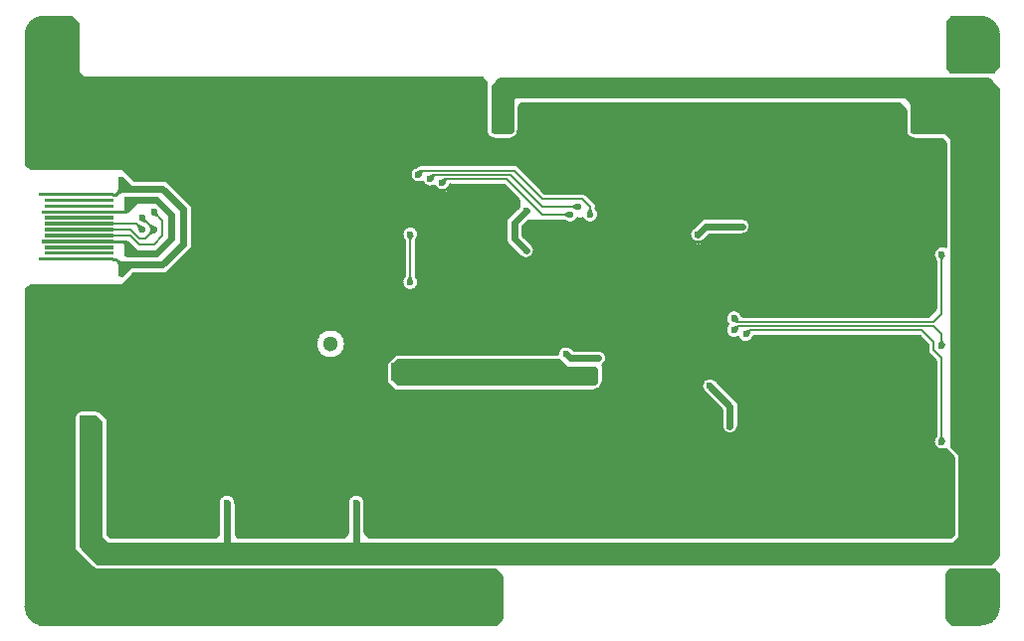
<source format=gbl>
G71*G90*G75*D02*
%ASAXBY*OFA0B0*MOMM*FSLAX43Y43*IPPOS*%
%ADD14C,0.250*%
%ADD21C,0.600*%
%ADD28C,1.300*%
%ADD34C,0.175*%
%ADD36R,0.300X0.300*%
%ADD53R,4.000X4.000*%
G54D21*
G01X146500Y180250D03*
Y179250D03*
G54D34*
Y180250D02*
X147500Y179250D01*
X146250Y178500D02*
X146750D01*
X147500Y179250D01*
G54D21*
X144750Y182750D03*
Y183500D03*
X145250Y181000D03*
Y181750D03*
X147500Y179250D03*
X145250Y178000D03*
Y177250D03*
G54D34*
X147500Y178000D02*
X146250D01*
X147500D02*
X148250Y178750D01*
G54D21*
X144750Y176250D03*
Y175500D03*
X147500Y180750D03*
G54D34*
X148250Y178750D02*
Y180000D01*
X147500Y180750D02*
X148250Y180000D01*
G54D21*
X145250Y178000D02*
Y177250D01*
Y181750D02*
Y181000D01*
X144750Y183500D02*
Y182750D01*
Y176250D02*
Y175500D01*
X145250Y177250D02*
X147750D01*
X149000Y178500D02*
X147750Y177250D01*
X145250Y181750D02*
X147750D01*
X149000Y178500D02*
Y180500D01*
X147750Y181750D02*
X149000Y180500D01*
X144750Y182750D02*
X148250D01*
X144750Y176250D02*
X148250D01*
X150000Y178000D01*
X148250Y182750D02*
X150000Y181000D01*
Y178000D02*
Y181000D01*
X145250D02*
X146000Y181750D01*
X144750Y183500D02*
X145500Y182750D01*
X145250Y178000D02*
X146000Y177250D01*
X144750Y175500D02*
X145500Y176250D01*
G54D34*
X147489Y180538D02*
X147803Y180447D01*
X147707Y180779D01*
X147511Y179034D02*
X147197Y178943D01*
X147293Y179275D01*
X147507Y179465D02*
X147193Y179556D01*
X147289Y179224D01*
X146510Y179464D02*
X146196Y179555D01*
X146292Y179223D01*
G54D14*
X144484Y182484D02*
X144590Y182814D01*
X144484Y182484D02*
X144810Y182585D01*
X145000Y180750D02*
X145304Y180833D01*
X145000Y180750D02*
X145085Y181063D01*
X145000Y178250D02*
X145315Y178160D01*
X145000Y178250D02*
X145091Y177924D01*
X144483Y176518D02*
X144813Y176412D01*
X144483Y176518D02*
X144584Y176192D01*
G54D34*
X146492Y180039D02*
X146806Y179948D01*
X146710Y180280D01*
G54D21*
X142720Y156003D03*
X153720D03*
X164720D03*
X137354Y171019D03*
Y169319D03*
Y167619D03*
Y165919D03*
Y164219D03*
X142460Y161160D03*
X141440D03*
Y162180D03*
X142460D03*
X141440Y163200D03*
X142460D03*
X137354Y151639D03*
Y158099D03*
X139394Y151639D03*
Y158099D03*
X180874Y153679D03*
X183254D03*
X153720Y156003D02*
Y151980D01*
X164720Y156003D02*
Y151980D01*
X176114Y153339D03*
Y149939D03*
X178160Y152320D03*
Y151300D03*
X173734Y188699D03*
X175094D03*
X173734Y187679D03*
X175094D03*
X209434Y188699D03*
Y187679D03*
X210794Y188699D03*
Y187679D03*
X176460Y188700D03*
Y187680D03*
X177820Y188700D03*
Y187680D03*
X212160Y188700D03*
Y187680D03*
X213520Y188700D03*
Y187680D03*
X208074Y159799D03*
Y174079D03*
X214540Y177140D03*
Y169320D03*
Y161160D03*
G54D34*
Y168300D02*
Y161160D01*
X213860Y171360D02*
X214540Y172040D01*
Y177140D02*
Y172040D01*
Y170340D02*
Y169320D01*
Y168300D02*
X213860Y168980D01*
Y169660D02*
Y168980D01*
Y169660D02*
X212840Y170680D01*
X214540Y170340D02*
X213860Y171020D01*
X214353Y177047D02*
X214541Y176683D01*
X214730Y177052D01*
X214727Y169413D02*
X214539Y169777D01*
X214350Y169408D01*
X214727Y161253D02*
X214539Y161617D01*
X214350Y161248D01*
G54D21*
X208074Y168299D03*
X142331Y151429D02*
X219089D01*
X141762Y151998D02*
X219194D01*
X141440Y152567D02*
X143233D01*
X215807D02*
X219194D01*
X141440Y153136D02*
X142800D01*
X216240D02*
X219194D01*
X141440Y153705D02*
X142800D01*
X216240D02*
X219194D01*
X141440Y154274D02*
X142800D01*
X216240D02*
X219194D01*
X141440Y154843D02*
X142800D01*
X216240D02*
X219194D01*
X141440Y155412D02*
X142800D01*
X216240D02*
X219194D01*
X141440Y155981D02*
X142800D01*
X216240D02*
X219194D01*
X141440Y156550D02*
X142800D01*
X216240D02*
X219194D01*
X141440Y157119D02*
X142800D01*
X216240D02*
X219194D01*
X141440Y157688D02*
X142800D01*
X216240D02*
X219194D01*
X141440Y158257D02*
X142800D01*
X216240D02*
X219194D01*
X141440Y158826D02*
X142800D01*
X216240D02*
X219194D01*
X141440Y159395D02*
X142800D01*
X216240D02*
X219194D01*
X141440Y159964D02*
X142800D01*
X216240D02*
X219194D01*
X141440Y160533D02*
X142800D01*
X215847D02*
X219194D01*
X141440Y161102D02*
X142800D01*
X215560D02*
X219194D01*
X141440Y161671D02*
X142800D01*
X215560D02*
X219194D01*
X141440Y162240D02*
X142800D01*
X215560D02*
X219194D01*
X141440Y162809D02*
X142800D01*
X215560D02*
X219194D01*
X215560Y163378D02*
X219194D01*
X215560Y163947D02*
X219194D01*
X215560Y164516D02*
X219194D01*
X215560Y165085D02*
X219194D01*
X215560Y165654D02*
X219194D01*
X215560Y166223D02*
X219194D01*
X215560Y166792D02*
X219194D01*
X215560Y167361D02*
X219194D01*
X215560Y167930D02*
X219194D01*
X215560Y168499D02*
X219194D01*
X215560Y169068D02*
X219194D01*
X215560Y169637D02*
X219194D01*
X215560Y170206D02*
X219194D01*
X215560Y170775D02*
X219194D01*
X215560Y171344D02*
X219194D01*
X215560Y171913D02*
X219194D01*
X215560Y172482D02*
X219194D01*
X215560Y173051D02*
X219194D01*
X215560Y173620D02*
X219194D01*
X215560Y174189D02*
X219194D01*
X215560Y174758D02*
X219194D01*
X215560Y175327D02*
X219194D01*
X215560Y175896D02*
X219194D01*
X215560Y176465D02*
X219194D01*
X215560Y177034D02*
X219194D01*
X215560Y177603D02*
X219194D01*
X215560Y178172D02*
X219194D01*
X215560Y178741D02*
X219194D01*
X215560Y179310D02*
X219194D01*
X215560Y179879D02*
X219194D01*
X215560Y180448D02*
X219194D01*
X215560Y181017D02*
X219194D01*
X215560Y181586D02*
X219194D01*
X215560Y182155D02*
X219194D01*
X215560Y182724D02*
X219194D01*
X215560Y183293D02*
X219194D01*
X215560Y183862D02*
X219194D01*
X215560Y184431D02*
X219194D01*
X215560Y185000D02*
X219194D01*
X215560Y185569D02*
X219194D01*
X215560Y186138D02*
X219194D01*
X215560Y186707D02*
X219194D01*
X215284Y187276D02*
X219194D01*
X176460Y187845D02*
X177820D01*
X212160D02*
X219194D01*
X176460Y188414D02*
X177820D01*
X212160D02*
X219194D01*
X176460Y188983D02*
X177820D01*
X212160D02*
X219194D01*
X176460Y189552D02*
X177820D01*
X212160D02*
X219194D01*
X176460Y190121D02*
X177820D01*
X212099D02*
X219194D01*
X176460Y190690D02*
X178110D01*
X211530D02*
X219194D01*
X176460Y191259D02*
X219121D01*
X176868Y191828D02*
X218552D01*
X215560Y160820D02*
Y187000D01*
Y160820D02*
X216240Y160140D01*
Y153000D02*
Y160140D01*
Y153000D02*
X215560Y152320D01*
X143480D02*
X215560D01*
X142800Y153000D02*
X143480Y152320D01*
X142800Y162860D02*
Y153000D01*
Y162860D02*
X142460Y163200D01*
X141440D02*
X142460D01*
X141440D02*
Y152320D01*
X142757Y151003D01*
X218663D02*
X142757D01*
X218663D02*
X219194Y151534D01*
Y191186D01*
X218403Y191977D02*
X219194Y191186D01*
X218403Y191977D02*
X177017D01*
X176460Y191420D01*
Y187680D02*
Y191420D01*
Y187680D02*
X177820D01*
Y190400D01*
X178160Y190740D01*
X211480D01*
X212160Y190060D01*
Y187680D02*
Y190060D01*
Y187680D02*
X214880D01*
X215560Y187000D02*
X214880Y187680D01*
G54D14*
X215101Y192899D02*
X219079D01*
X214981Y193136D02*
X219316D01*
X214981Y193373D02*
X219362D01*
X214981Y193610D02*
X219362D01*
X214981Y193847D02*
X219362D01*
X214981Y194084D02*
X219362D01*
X214981Y194321D02*
X219362D01*
X214981Y194558D02*
X219362D01*
X214981Y194795D02*
X219362D01*
X214981Y195032D02*
X219362D01*
X214981Y195269D02*
X219362D01*
X214981Y195506D02*
X219362D01*
X214981Y195743D02*
X219362D01*
X214981Y195980D02*
X219360D01*
X214981Y196217D02*
X219322D01*
X214981Y196454D02*
X219242D01*
X214981Y196691D02*
X219113D01*
X214981Y196928D02*
X218917D01*
X215185Y197165D02*
X218603D01*
X215375Y197355D02*
X217756D01*
X215375D02*
X214981Y196961D01*
Y193019D01*
X215279Y192721D02*
X214981Y193019D01*
X218901Y192721D02*
X215279D01*
X219362Y193182D02*
X218901Y192721D01*
X219362Y193182D02*
Y195764D01*
G03X217756Y197355I-1497J95D01*
G01X215396Y145684D02*
X218260D01*
X215159Y145921D02*
X218752D01*
X214962Y146158D02*
X219007D01*
X214962Y146395D02*
X219172D01*
X214962Y146632D02*
X219280D01*
X214962Y146869D02*
X219342D01*
X214962Y147106D02*
X219365D01*
X214962Y147343D02*
X219365D01*
X214962Y147580D02*
X219365D01*
X214962Y147817D02*
X219365D01*
X214962Y148054D02*
X219365D01*
X214962Y148291D02*
X219365D01*
X214962Y148528D02*
X219365D01*
X214962Y148765D02*
X219365D01*
X214962Y149002D02*
X219365D01*
X214962Y149239D02*
X219365D01*
X214962Y149476D02*
X219365D01*
X214962Y149713D02*
X219365D01*
X214990Y149950D02*
X219290D01*
X215227Y150187D02*
X219053D01*
X218970Y150270D02*
X215310D01*
X218970D02*
X219365Y149875D01*
Y147131D01*
G02X217810Y145632I-1500J0D01*
G01X215448D02*
X217810D01*
X215448D02*
X214962Y146118D01*
Y149922D02*
Y146118D01*
Y149922D02*
X215310Y150270D01*
G54D34*
X143950Y179749D02*
X146001D01*
X146500Y179250D02*
X146001Y179749D01*
X143950Y179249D02*
X145501D01*
X146250Y178500D02*
X145501Y179249D01*
X146250Y178000D02*
X145501Y178749D01*
X143950D02*
X145501D01*
G54D14*
X145250Y181000D02*
X144999Y180749D01*
X143950D02*
X144999D01*
X143950Y182249D02*
X144249D01*
X144750Y182750D02*
X144249Y182249D01*
X143950Y176749D02*
X144251D01*
X144750Y176250D02*
X144251Y176749D01*
X145250Y178000D02*
X145001Y178249D01*
X143950D02*
X145001D01*
G54D36*
X137850Y182249D02*
X143950D01*
X138350Y181749D02*
X143950D01*
X138350Y181249D02*
X143950D01*
X138150Y180749D02*
X143950D01*
X138350Y180249D02*
X143950D01*
X138350Y179749D02*
X143950D01*
X138350Y179249D02*
X143950D01*
X138350Y178749D02*
X143950D01*
X138150Y178249D02*
X143950D01*
X138350Y177749D02*
X143950D01*
X138350Y177249D02*
X143950D01*
X137850Y176749D02*
X143950D01*
G54D21*
X141434Y171019D03*
Y165919D03*
X143134Y171019D03*
Y165919D03*
X139734Y171019D03*
Y169319D03*
Y167619D03*
Y165919D03*
Y164219D03*
X152654Y173739D03*
X152314Y172039D03*
X152654Y169999D03*
X156734Y170339D03*
X155374Y178839D03*
X157074D03*
X161494D03*
G54D28*
X162530Y169520D03*
G54D21*
X152994Y175779D03*
X152654Y181219D03*
X165574Y172039D03*
X158098Y172747D03*
X159288Y173937D03*
X160478Y172747D03*
Y175127D03*
X158098D03*
G54D14*
X163809Y169520D02*
G02X161259Y169520I-1275J0D01*
X163809Y169520I1275J0D01*
G54D21*
G01X180534Y179859D03*
X182580Y168640D03*
X185300Y168300D03*
X173054Y181559D03*
Y178839D03*
Y176119D03*
X197874Y168299D03*
X182234Y162179D03*
X187674D03*
X192774D03*
X195494D03*
X197540Y179520D03*
X197874Y178499D03*
X189034Y181219D03*
X193800Y178840D03*
X197874Y174079D03*
X202634Y160819D03*
X184274Y184619D03*
X193114Y185979D03*
X196860Y171700D03*
X197880Y170340D03*
X196860Y170680D03*
X183600Y181220D03*
X182920Y180540D03*
X179180Y166600D03*
X180200D03*
X179180Y167620D03*
X180200D03*
X181220D03*
X183940Y167280D03*
Y166260D03*
X184960D03*
Y167280D03*
X182920Y166260D03*
X179180Y177480D03*
X196520Y162520D03*
X194820Y165920D03*
X179180Y180880D03*
X200254Y158779D03*
X179174Y179179D03*
X185294Y181219D03*
X184620Y180540D03*
X204334Y166939D03*
Y172719D03*
X172714Y162859D03*
Y161839D03*
Y164899D03*
X169994Y169319D03*
X170000Y183940D03*
X171020Y183600D03*
X172040Y183260D03*
X169320Y178840D03*
Y174760D03*
G54D14*
X185338Y169024D02*
X183195D01*
G54D21*
X182580Y168640D02*
X182920Y168300D01*
X185300D01*
G54D14*
X185684Y166222D02*
Y167685D01*
G03X185338Y169024I-384J615D01*
G01X183195D02*
G03X181856Y168685I-615J-384D01*
G01X184960Y165535D02*
G03X185684Y166222I0J725D01*
G01X169842Y178337D02*
G03X168793Y178342I-522J503D01*
G01Y175258D02*
G03X169842Y175263I527J-498D01*
G01Y178337D02*
Y175263D01*
G54D34*
X169320Y178840D02*
Y174760D01*
X169318Y178366D02*
X169138Y178738D01*
X169318Y178366D02*
X169520Y178770D01*
X169322Y175234D02*
X169502Y174862D01*
X169322Y175234D02*
X169120Y174830D01*
G54D14*
X168793Y178342D02*
Y175258D01*
X178385Y184801D02*
X170107D01*
X177238Y183081D02*
X172743D01*
G54D34*
X172380Y183600D02*
X177480D01*
X171360Y183940D02*
X177820D01*
X170340Y184280D02*
X178160D01*
G54D14*
X180769Y182417D02*
X178385Y184801D01*
X177238Y183081D02*
X178500Y181819D01*
G54D34*
X177480Y183600D02*
X180540Y180540D01*
Y181220D02*
X177820Y183940D01*
X180540Y181900D02*
X178160Y184280D01*
G54D14*
X170107Y184801D02*
X169733Y184614D01*
G03X170356Y183309I267J-674D01*
G54D34*
G01X170340Y184280D02*
X169935Y184141D01*
X170000Y183940D02*
X170340Y184280D01*
X170204Y183888D01*
X171020Y183600D02*
X171360Y183940D01*
X170955Y183801D01*
X171360Y183940D02*
X171224Y183548D01*
X172040Y183260D02*
X172380Y183600D01*
X171975Y183461D01*
X172380Y183600D02*
X172244Y183208D01*
G54D14*
X171376Y182969D02*
G02X170356Y183309I-356J631D01*
G01X171376Y182969D02*
G03X172743Y183081I664J291D01*
G01X180769Y182417D02*
X184153D01*
G54D34*
X180540Y181900D02*
X183940D01*
X184620Y181220D01*
G54D14*
X184153Y182417D02*
X185118Y181452D01*
Y181067D01*
G02X183980Y180200I-498J-527D01*
G54D34*
G01X184622Y181014D02*
X184802Y180642D01*
X184620Y180540D02*
Y181220D01*
X184622Y181014D02*
X184420Y180610D01*
G54D14*
X183560Y180200D02*
G02X182413Y180022I-640J340D01*
G01X183980Y180200D02*
X183560D01*
G54D34*
X183600Y181220D02*
X180540D01*
X183126Y181222D02*
X183498Y181402D01*
X183126Y181222D02*
X183530Y181020D01*
G54D14*
X179345Y180022D02*
X182413D01*
G54D34*
X182920Y180540D02*
X180540D01*
X182446Y180542D02*
X182818Y180722D01*
X182446Y180542D02*
X182850Y180340D01*
G54D14*
X178500Y181819D02*
Y181223D01*
X177426Y180149D02*
X178500Y181223D01*
G54D21*
X179180Y180880D02*
X178160Y179860D01*
Y178500D01*
G54D14*
X178902Y179579D02*
X179345Y180022D01*
X179657Y178026D02*
X178902Y178781D01*
Y179579D01*
X177426Y180149D02*
Y178211D01*
X178634Y177003D02*
G03X179657Y178026I546J477D01*
G54D21*
G01X179180Y177480D02*
X178160Y178500D01*
G54D14*
X178634Y177003D02*
X177426Y178211D01*
X193323Y179386D02*
G03X194346Y178363I477J-546D01*
G01X197502Y180244D02*
X194181D01*
X193323Y179386D02*
X194181Y180244D01*
X194346Y178363D02*
X194781Y178798D01*
X197474D02*
X194781D01*
G54D21*
X193800Y178840D02*
X194480Y179520D01*
X197540D01*
G54D14*
X197502Y180244D02*
G02X197474Y178798I38J-724D01*
G01X195366Y166397D02*
G03X194343Y165374I-546J-477D01*
G01X195366Y166397D02*
X197244Y164519D01*
X194343Y165374D02*
X195798Y163919D01*
G54D21*
X194820Y165920D02*
X196520Y164220D01*
G54D14*
X197244Y164519D02*
Y162482D01*
G54D21*
X196520Y164220D02*
Y162520D01*
G54D14*
X195798Y162586D02*
Y163919D01*
Y162586D02*
G03X197244Y162482I722J-66D01*
G54D34*
G01X197200Y171360D02*
X197061Y171765D01*
X197200Y171360D02*
X196806Y171492D01*
X197200Y171020D02*
X196795Y170881D01*
X197200Y171020D02*
X197068Y170626D01*
X198220Y170680D02*
X197815Y170541D01*
X198220Y170680D02*
X198088Y170286D01*
X213860Y171360D02*
X197200D01*
X196860Y171700D02*
X197200Y171360D01*
X213860Y171020D02*
X197200D01*
X196860Y170680D02*
X197200Y171020D01*
X197880Y170340D02*
X198220Y170680D01*
X212840D02*
X198220D01*
G54D14*
X167238Y167932D02*
Y166283D01*
G54D21*
X170000Y167620D03*
X168980D03*
X170000Y166600D03*
X168980D03*
X167960Y167620D03*
Y166600D03*
G54D14*
X181856Y168685D02*
X167991D01*
X167238Y167932D02*
X167991Y168685D01*
X167238Y166283D02*
X167986Y165535D01*
X184960D02*
X167986D01*
G54D21*
X167960Y166686D02*
X184960D01*
X167960Y167255D02*
X184960D01*
X168164Y167824D02*
X182036D01*
X181900Y167960D02*
X168300D01*
X181900D02*
X182580Y167280D01*
X184960D02*
X182580D01*
X184960D02*
Y166260D01*
X168300D01*
X167960Y166600D02*
X168300Y166260D01*
X167960Y167620D02*
Y166600D01*
Y167620D02*
X168300Y167960D01*
X204334Y181219D03*
Y179859D03*
Y182579D03*
X212494Y184619D03*
G54D14*
X178788Y190008D02*
X210852D01*
X178788D02*
X178542Y189762D01*
Y187746D02*
Y189762D01*
Y187746D02*
G02X177886Y186958I-722J-66D01*
G01X176526D02*
X177886D01*
X176526D02*
G02X175736Y187642I-66J722D01*
G01Y191804D01*
X175354Y192186D02*
X175736Y191804D01*
X175354Y192186D02*
X141434D01*
X140980Y192640D02*
X141434Y192186D01*
X140980Y192640D02*
Y196820D01*
X140431Y197369D02*
X140980Y196820D01*
X138129Y197369D02*
X140431D01*
X138129D02*
G03X136629Y195869I0J-1500D01*
G01Y184767D02*
Y195869D01*
Y184767D02*
X137078Y184468D01*
X144837D01*
X145821Y183484D02*
X144837Y184468D01*
X148550Y183484D02*
X145821D01*
X150734Y181300D02*
X148550Y183484D01*
X150734Y177691D02*
Y181300D01*
X148560Y175517D02*
X150734Y177691D01*
X145801Y175517D02*
X148560D01*
X145801D02*
X144806Y174522D01*
X137003D01*
X136618Y174265D01*
Y147125D02*
Y174265D01*
Y147125D02*
G03X138118Y145625I1500J0D01*
G01X176565D02*
X138118D01*
X176565D02*
X177076Y146136D01*
Y149664D02*
Y146136D01*
X176484Y150256D02*
X177076Y149664D01*
X176484Y150256D02*
X142475D01*
X140715Y152016D01*
Y163200D01*
G02X141440Y163925I725J0D01*
G01X142460D01*
G02X142985Y163700I0J-725D01*
G01X143527Y163158D01*
Y153308D02*
Y163158D01*
Y153308D02*
X143780Y153055D01*
X152715D01*
X153001Y153341D01*
Y155919D02*
Y153341D01*
Y155919D02*
G02X154444Y155974I719J93D01*
G01Y153256D01*
X154645Y153055D02*
X154444Y153256D01*
X154645Y153055D02*
X163595D01*
X164002Y153462D01*
Y155912D02*
Y153462D01*
Y155912D02*
G02X165445Y155967I719J93D01*
G01Y153475D01*
X165865Y153055D02*
X165445Y153475D01*
X215255Y153055D02*
X165865D01*
X215492Y153292D02*
X215255Y153055D01*
X215492Y153292D02*
Y159868D01*
X214854Y160506D01*
G02X214022Y161667I-314J654D01*
G01Y168083D02*
Y161667D01*
Y168083D02*
X213348Y168757D01*
Y169439D02*
Y168757D01*
X212628Y170159D02*
X213348Y169439D01*
X212628Y170159D02*
X198582D01*
G02X197216Y170049I-702J181D01*
X196345Y171190I-356J631D01*
X197562Y171880I515J510D01*
G01X213314D02*
X197562D01*
X214015Y172581D02*
X213314Y171880D01*
X214015Y176640D02*
Y172581D01*
Y176640D02*
G02X214826Y177806I525J500D01*
G01Y186644D02*
Y177806D01*
Y186644D02*
X214512Y186958D01*
X212226D02*
X214512D01*
X212226D02*
G02X211442Y187579I-66J722D01*
G01Y189418D01*
X210852Y190008D01*
X197502Y180244D02*
X194181D01*
X197502D02*
G02X197474Y178798I38J-724D01*
G01X194781D01*
X194346Y178363D02*
X194781Y178798D01*
X194346Y178363D02*
G02X193323Y179386I-546J477D01*
G01X194181Y180244D01*
X185118Y181067D02*
G02X183980Y180200I-498J-527D01*
G01X183560D01*
G02X182413Y180022I-640J340D01*
G01X179345D02*
X182413D01*
X178902Y179579D02*
X179345Y180022D01*
X178902Y178781D02*
Y179579D01*
X179657Y178026D02*
X178902Y178781D01*
X179657Y178026D02*
G02X178634Y177003I-477J-546D01*
G01X177426Y178211D01*
Y180149D02*
Y178211D01*
Y180149D02*
X178500Y181223D01*
Y181819D02*
Y181223D01*
X177238Y183081D02*
X178500Y181819D01*
X177238Y183081D02*
X172743D01*
G02X171376Y182969I-703J179D01*
X170356Y183309I-356J631D01*
X169733Y184614I-356J631D01*
G01X170107Y184801D02*
X169733Y184614D01*
X178385Y184801D02*
X170107D01*
X180769Y182417D02*
X178385Y184801D01*
X180769Y182417D02*
X184153D01*
X185118Y181452D01*
Y181067D01*
X169842Y178337D02*
G03X168793Y178342I-522J503D01*
G01X169842Y178337D02*
Y175263D01*
G02X168793Y175258I-522J-503D01*
G01Y178342D02*
Y175258D01*
X163809Y169520D02*
G02X161259Y169520I-1275J0D01*
X163809Y169520I1275J0D01*
G01X167238Y166283D02*
X167986Y165535D01*
X167238Y167932D02*
Y166283D01*
Y167932D02*
X167991Y168685D01*
X181856D02*
X167991D01*
X181856D02*
G02X183195Y169024I724J-45D01*
G01X185338D02*
X183195D01*
X185338D02*
G02X185684Y167685I-38J-724D01*
G01Y166222D02*
Y167685D01*
Y166222D02*
G02X184960Y165535I-724J38D01*
G01X167986D01*
X194343Y165374D02*
X195798Y163919D01*
X194343Y165374D02*
G02X195366Y166397I477J546D01*
G01X197244Y164519D01*
Y162482D01*
G02X195798Y162586I-724J38D01*
G01Y163919D01*
X137723Y145678D02*
X176618D01*
X137231Y145915D02*
X176855D01*
X136976Y146152D02*
X177076D01*
X136811Y146389D02*
X177076D01*
X136703Y146626D02*
X177076D01*
X136641Y146863D02*
X177076D01*
X136618Y147100D02*
X177076D01*
X136618Y147337D02*
X177076D01*
X136618Y147574D02*
X177076D01*
X136618Y147811D02*
X177076D01*
X136618Y148048D02*
X177076D01*
X136618Y148285D02*
X177076D01*
X136618Y148522D02*
X177076D01*
X136618Y148759D02*
X177076D01*
X136618Y148996D02*
X177076D01*
X136618Y149233D02*
X177076D01*
X136618Y149470D02*
X177076D01*
X136618Y149707D02*
X177033D01*
X136618Y149944D02*
X176796D01*
X136618Y150181D02*
X176559D01*
X136618Y150418D02*
X142313D01*
X136618Y150655D02*
X142076D01*
X136618Y150892D02*
X141839D01*
X136618Y151129D02*
X141602D01*
X136618Y151366D02*
X141365D01*
X136618Y151603D02*
X141128D01*
X136618Y151840D02*
X140891D01*
X136618Y152077D02*
X140715D01*
X136618Y152314D02*
X140715D01*
X136618Y152551D02*
X140715D01*
X136618Y152788D02*
X140715D01*
X136618Y153025D02*
X140715D01*
X136618Y153262D02*
X140715D01*
X143573D02*
X152922D01*
X154444D02*
X163802D01*
X165658D02*
X215462D01*
X136618Y153499D02*
X140715D01*
X143527D02*
X153001D01*
X154444D02*
X164002D01*
X165445D02*
X215492D01*
X136618Y153736D02*
X140715D01*
X143527D02*
X153001D01*
X154444D02*
X164002D01*
X165445D02*
X215492D01*
X136618Y153973D02*
X140715D01*
X143527D02*
X153001D01*
X154444D02*
X164002D01*
X165445D02*
X215492D01*
X136618Y154210D02*
X140715D01*
X143527D02*
X153001D01*
X154444D02*
X164002D01*
X165445D02*
X215492D01*
X136618Y154447D02*
X140715D01*
X143527D02*
X153001D01*
X154444D02*
X164002D01*
X165445D02*
X215492D01*
X136618Y154684D02*
X140715D01*
X143527D02*
X153001D01*
X154444D02*
X164002D01*
X165445D02*
X215492D01*
X136618Y154921D02*
X140715D01*
X143527D02*
X153001D01*
X154444D02*
X164002D01*
X165445D02*
X215492D01*
X136618Y155158D02*
X140715D01*
X143527D02*
X153001D01*
X154444D02*
X164002D01*
X165445D02*
X215492D01*
X136618Y155395D02*
X140715D01*
X143527D02*
X153001D01*
X154444D02*
X164002D01*
X165445D02*
X215492D01*
X136618Y155632D02*
X140715D01*
X143527D02*
X153001D01*
X154444D02*
X164002D01*
X165445D02*
X215492D01*
X136618Y155869D02*
X140715D01*
X143527D02*
X153001D01*
X154444D02*
X164002D01*
X165445D02*
X215492D01*
X136618Y156106D02*
X140715D01*
X143527D02*
X153001D01*
X154439D02*
X164003D01*
X165439D02*
X215492D01*
X136618Y156343D02*
X140715D01*
X143527D02*
X153075D01*
X154365D02*
X164080D01*
X165362D02*
X215492D01*
X136618Y156580D02*
X140715D01*
X143527D02*
X153269D01*
X154171D02*
X164279D01*
X165163D02*
X215492D01*
X136618Y156817D02*
X140715D01*
X143527D02*
X215492D01*
X136618Y157054D02*
X140715D01*
X143527D02*
X215492D01*
X136618Y157291D02*
X140715D01*
X143527D02*
X215492D01*
X136618Y157528D02*
X140715D01*
X143527D02*
X215492D01*
X136618Y157765D02*
X140715D01*
X143527D02*
X215492D01*
X136618Y158002D02*
X140715D01*
X143527D02*
X215492D01*
X136618Y158239D02*
X140715D01*
X143527D02*
X215492D01*
X136618Y158476D02*
X140715D01*
X143527D02*
X215492D01*
X136618Y158713D02*
X140715D01*
X143527D02*
X215492D01*
X136618Y158950D02*
X140715D01*
X143527D02*
X215492D01*
X136618Y159187D02*
X140715D01*
X143527D02*
X215492D01*
X136618Y159424D02*
X140715D01*
X143527D02*
X215492D01*
X136618Y159661D02*
X140715D01*
X143527D02*
X215492D01*
X136618Y159898D02*
X140715D01*
X143527D02*
X215462D01*
X136618Y160135D02*
X140715D01*
X143527D02*
X215225D01*
X136618Y160372D02*
X140715D01*
X143527D02*
X214988D01*
X136618Y160609D02*
X140715D01*
X143527D02*
X214069D01*
X136618Y160846D02*
X140715D01*
X143527D02*
X213887D01*
X136618Y161083D02*
X140715D01*
X143527D02*
X213819D01*
X136618Y161320D02*
X140715D01*
X143527D02*
X213833D01*
X136618Y161557D02*
X140715D01*
X143527D02*
X213933D01*
X136618Y161794D02*
X140715D01*
X143527D02*
X214022D01*
X136618Y162031D02*
X140715D01*
X143527D02*
X195985D01*
X197055D02*
X214022D01*
X136618Y162268D02*
X140715D01*
X143527D02*
X195840D01*
X197200D02*
X214022D01*
X136618Y162505D02*
X140715D01*
X143527D02*
X195795D01*
X197244D02*
X214022D01*
X136618Y162742D02*
X140715D01*
X143527D02*
X195798D01*
X197244D02*
X214022D01*
X136618Y162979D02*
X140715D01*
X143527D02*
X195798D01*
X197244D02*
X214022D01*
X136618Y163216D02*
X140715D01*
X143469D02*
X195798D01*
X197244D02*
X214022D01*
X136618Y163453D02*
X140761D01*
X143232D02*
X195798D01*
X197244D02*
X214022D01*
X136618Y163690D02*
X140906D01*
X142995D02*
X195798D01*
X197244D02*
X214022D01*
X136618Y163927D02*
X195790D01*
X197244D02*
X214022D01*
X136618Y164164D02*
X195553D01*
X197244D02*
X214022D01*
X136618Y164401D02*
X195316D01*
X197244D02*
X214022D01*
X136618Y164638D02*
X195079D01*
X197125D02*
X214022D01*
X136618Y164875D02*
X194842D01*
X196888D02*
X214022D01*
X136618Y165112D02*
X194605D01*
X196651D02*
X214022D01*
X136618Y165349D02*
X194368D01*
X196414D02*
X214022D01*
X136618Y165586D02*
X167935D01*
X185227D02*
X194177D01*
X196177D02*
X214022D01*
X136618Y165823D02*
X167698D01*
X185538D02*
X194102D01*
X195940D02*
X214022D01*
X136618Y166060D02*
X167461D01*
X185657D02*
X194109D01*
X195703D02*
X214022D01*
X136618Y166297D02*
X167238D01*
X185684D02*
X194201D01*
X195466D02*
X214022D01*
X136618Y166534D02*
X167238D01*
X185684D02*
X194434D01*
X195206D02*
X214022D01*
X136618Y166771D02*
X167238D01*
X185684D02*
X214022D01*
X136618Y167008D02*
X167238D01*
X185684D02*
X214022D01*
X136618Y167245D02*
X167238D01*
X185684D02*
X214022D01*
X136618Y167482D02*
X167238D01*
X185684D02*
X214022D01*
X136618Y167719D02*
X167238D01*
X185734D02*
X214022D01*
X136618Y167956D02*
X167262D01*
X185938D02*
X214022D01*
X136618Y168193D02*
X167499D01*
X186017D02*
X213912D01*
X136618Y168430D02*
X161873D01*
X163195D02*
X167736D01*
X186013D02*
X213675D01*
X136618Y168667D02*
X161586D01*
X163482D02*
X167973D01*
X185925D02*
X213438D01*
X136618Y168904D02*
X161418D01*
X163650D02*
X181905D01*
X185701D02*
X213348D01*
X136618Y169141D02*
X161317D01*
X163751D02*
X182056D01*
X183104D02*
X213348D01*
X136618Y169378D02*
X161267D01*
X163801D02*
X213348D01*
X136618Y169615D02*
X161263D01*
X163805D02*
X213172D01*
X136618Y169852D02*
X161303D01*
X163765D02*
X197344D01*
X198416D02*
X212935D01*
X136618Y170089D02*
X161393D01*
X163675D02*
X196440D01*
X198560D02*
X212698D01*
X136618Y170326D02*
X161546D01*
X163522D02*
X196227D01*
X136618Y170563D02*
X161801D01*
X163267D02*
X196145D01*
X136618Y170800D02*
X196145D01*
X136618Y171037D02*
X196229D01*
X136618Y171274D02*
X196273D01*
X136618Y171511D02*
X196160D01*
X136618Y171748D02*
X196137D01*
X136618Y171985D02*
X196193D01*
X197527D02*
X213419D01*
X136618Y172222D02*
X196357D01*
X197363D02*
X213656D01*
X136618Y172459D02*
X213893D01*
X136618Y172696D02*
X214015D01*
X136618Y172933D02*
X214015D01*
X136618Y173170D02*
X214015D01*
X136618Y173407D02*
X214015D01*
X136618Y173644D02*
X214015D01*
X136618Y173881D02*
X214015D01*
X136618Y174118D02*
X168983D01*
X169657D02*
X214015D01*
X136753Y174355D02*
X168719D01*
X169921D02*
X214015D01*
X144876Y174592D02*
X168615D01*
X170025D02*
X214015D01*
X145113Y174829D02*
X168598D01*
X170042D02*
X214015D01*
X145350Y175066D02*
X168663D01*
X169977D02*
X214015D01*
X145587Y175303D02*
X168793D01*
X169842D02*
X214015D01*
X148583Y175540D02*
X168793D01*
X169842D02*
X214015D01*
X148820Y175777D02*
X168793D01*
X169842D02*
X214015D01*
X149057Y176014D02*
X168793D01*
X169842D02*
X214015D01*
X149294Y176251D02*
X168793D01*
X169842D02*
X214015D01*
X149531Y176488D02*
X168793D01*
X169842D02*
X214015D01*
X149768Y176725D02*
X168793D01*
X169842D02*
X213946D01*
X150005Y176962D02*
X168793D01*
X169842D02*
X178673D01*
X179687D02*
X213837D01*
X150242Y177199D02*
X168793D01*
X169842D02*
X178438D01*
X179848D02*
X213817D01*
X150479Y177436D02*
X168793D01*
X169842D02*
X178201D01*
X179904D02*
X213878D01*
X150716Y177673D02*
X168793D01*
X169842D02*
X177964D01*
X179879D02*
X214049D01*
X150734Y177910D02*
X168793D01*
X169842D02*
X177727D01*
X179764D02*
X214826D01*
X150734Y178147D02*
X168793D01*
X169842D02*
X177490D01*
X179536D02*
X193587D01*
X194013D02*
X214826D01*
X150734Y178384D02*
X168756D01*
X169884D02*
X177426D01*
X179299D02*
X193236D01*
X194367D02*
X214826D01*
X150734Y178621D02*
X168629D01*
X170011D02*
X177426D01*
X179062D02*
X193109D01*
X194604D02*
X214826D01*
X150734Y178858D02*
X168595D01*
X170045D02*
X177426D01*
X178902D02*
X193075D01*
X197836D02*
X214826D01*
X150734Y179095D02*
X168641D01*
X169999D02*
X177426D01*
X178902D02*
X193121D01*
X198127D02*
X214826D01*
X150734Y179332D02*
X168787D01*
X169853D02*
X177426D01*
X178902D02*
X193267D01*
X198240D02*
X214826D01*
X150734Y179569D02*
X177426D01*
X178902D02*
X193506D01*
X198263D02*
X214826D01*
X150734Y179806D02*
X177426D01*
X179129D02*
X193743D01*
X198206D02*
X214826D01*
X150734Y180043D02*
X177426D01*
X183448D02*
X184092D01*
X185148D02*
X193980D01*
X198042D02*
X214826D01*
X150734Y180280D02*
X177557D01*
X185297D02*
X214826D01*
X150734Y180517D02*
X177794D01*
X185345D02*
X214826D01*
X150734Y180754D02*
X178031D01*
X185313D02*
X214826D01*
X150734Y180991D02*
X178268D01*
X185188D02*
X214826D01*
X150734Y181228D02*
X178500D01*
X185118D02*
X214826D01*
X150569Y181465D02*
X178500D01*
X185105D02*
X214826D01*
X150332Y181702D02*
X178500D01*
X184868D02*
X214826D01*
X150095Y181939D02*
X178380D01*
X184631D02*
X214826D01*
X149858Y182176D02*
X178143D01*
X184394D02*
X214826D01*
X149621Y182413D02*
X177906D01*
X184157D02*
X214826D01*
X149384Y182650D02*
X171648D01*
X172432D02*
X177669D01*
X180536D02*
X214826D01*
X149147Y182887D02*
X170889D01*
X171151D02*
X171418D01*
X172662D02*
X177432D01*
X180299D02*
X214826D01*
X148910Y183124D02*
X170473D01*
X180062D02*
X214826D01*
X148673Y183361D02*
X169564D01*
X179825D02*
X214826D01*
X145707Y183598D02*
X169361D01*
X179588D02*
X214826D01*
X145470Y183835D02*
X169283D01*
X179351D02*
X214826D01*
X145233Y184072D02*
X169287D01*
X179114D02*
X214826D01*
X144996Y184309D02*
X169376D01*
X178877D02*
X214826D01*
X136961Y184546D02*
X169602D01*
X178640D02*
X214826D01*
X136629Y184783D02*
X170071D01*
X178403D02*
X214826D01*
X136629Y185020D02*
X214826D01*
X136629Y185257D02*
X214826D01*
X136629Y185494D02*
X214826D01*
X136629Y185731D02*
X214826D01*
X136629Y185968D02*
X214826D01*
X136629Y186205D02*
X214826D01*
X136629Y186442D02*
X214826D01*
X136629Y186679D02*
X214791D01*
X136629Y186916D02*
X214554D01*
X136629Y187153D02*
X175962D01*
X178318D02*
X211662D01*
X136629Y187390D02*
X175796D01*
X178484D02*
X211496D01*
X136629Y187627D02*
X175737D01*
X178543D02*
X211442D01*
X136629Y187864D02*
X175736D01*
X178542D02*
X211442D01*
X136629Y188101D02*
X175736D01*
X178542D02*
X211442D01*
X136629Y188338D02*
X175736D01*
X178542D02*
X211442D01*
X136629Y188575D02*
X175736D01*
X178542D02*
X211442D01*
X136629Y188812D02*
X175736D01*
X178542D02*
X211442D01*
X136629Y189049D02*
X175736D01*
X178542D02*
X211442D01*
X136629Y189286D02*
X175736D01*
X178542D02*
X211442D01*
X136629Y189523D02*
X175736D01*
X178542D02*
X211337D01*
X136629Y189760D02*
X175736D01*
X178542D02*
X211100D01*
X136629Y189997D02*
X175736D01*
X178777D02*
X210863D01*
X136629Y190234D02*
X175736D01*
X136629Y190471D02*
X175736D01*
X136629Y190708D02*
X175736D01*
X136629Y190945D02*
X175736D01*
X136629Y191182D02*
X175736D01*
X136629Y191419D02*
X175736D01*
X136629Y191656D02*
X175736D01*
X136629Y191893D02*
X175647D01*
X136629Y192130D02*
X175410D01*
X136629Y192367D02*
X141253D01*
X136629Y192604D02*
X141016D01*
X136629Y192841D02*
X140980D01*
X136629Y193078D02*
X140980D01*
X136629Y193315D02*
X140980D01*
X136629Y193552D02*
X140980D01*
X136629Y193789D02*
X140980D01*
X136629Y194026D02*
X140980D01*
X136629Y194263D02*
X140980D01*
X136629Y194500D02*
X140980D01*
X136629Y194737D02*
X140980D01*
X136629Y194974D02*
X140980D01*
X136629Y195211D02*
X140980D01*
X136629Y195448D02*
X140980D01*
X136629Y195685D02*
X140980D01*
X136630Y195922D02*
X140980D01*
X136657Y196159D02*
X140980D01*
X136725Y196396D02*
X140980D01*
X136838Y196633D02*
X140980D01*
X137012Y196870D02*
X140930D01*
X137282Y197107D02*
X140693D01*
X137856Y197344D02*
X140456D01*
G54D21*
X186334Y173759D03*
X190534D03*
X188434D03*
X186334Y169559D03*
X190534D03*
X188434D03*
X186334Y171659D03*
X190534D03*
X188434D03*
G54D53*
X188435Y171685D03*
G01X0Y0D02*
M02*

</source>
